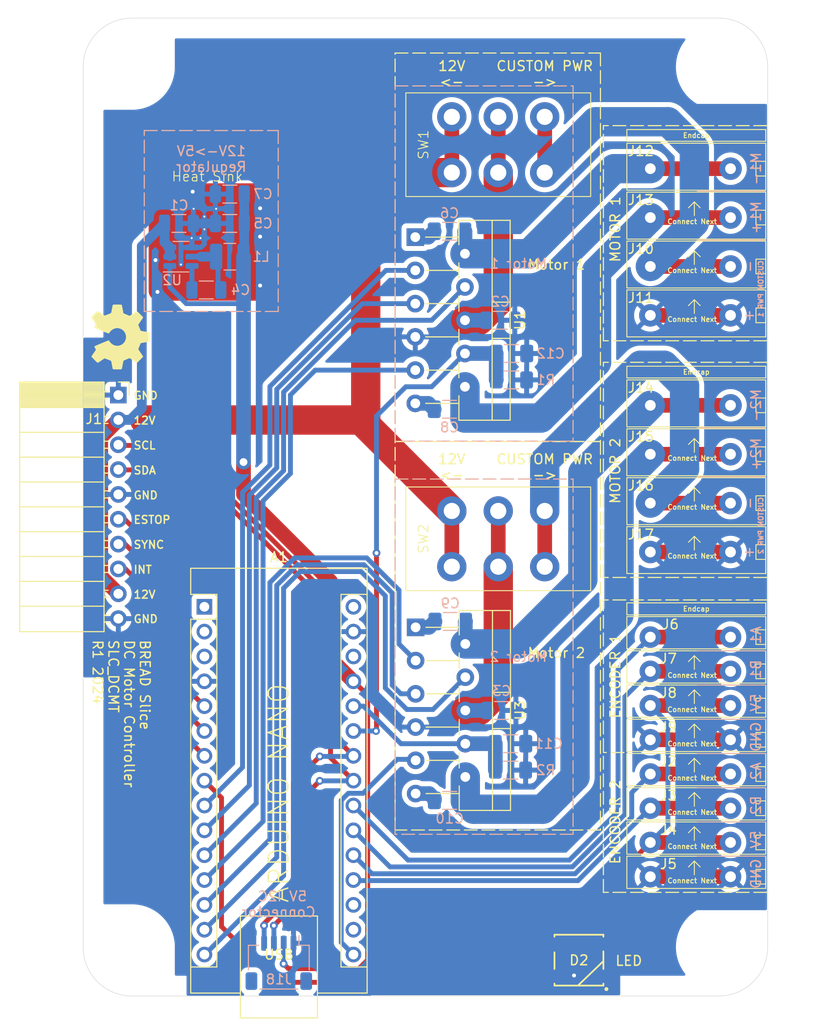
<source format=kicad_pcb>
(kicad_pcb (version 20240108) (generator "pcbnew") (generator_version "8.0")
  (layers (0 "F.Cu" signal) (31 "B.Cu" signal) (34 "B.Paste" user) (35 "F.Paste" user) (36 "B.SilkS" user "B.Silkscreen") (37 "F.SilkS" user "F.Silkscreen") (38 "B.Mask" user) (39 "F.Mask" user) (44 "Edge.Cuts" user))
  (net 0 "")
  (net 3 "GND")
  (net 5 "+5V")
  (net 6 "/LED")
  (net 7 "/I2C_CLK")
  (net 8 "/I2C_DAT")
  (net 9 "/SYNC")
  (net 11 "/E_STOP")
  (net 14 "+12V")
  (net 15 "/INT")
  (net 16 "unconnected-(A1-VIN-Pad30)")
  (net 17 "Net-(U2-SW)")
  (net 18 "Net-(U2-BST)")
  (net 20 "Net-(SW1-B)")
  (net 21 "Net-(SW2-B)")
  (net 22 "Net-(U1-OUTPUT1)")
  (net 23 "Net-(U1-BOOTSTRAP1)")
  (net 24 "Net-(U1-BOOTSTRAP2)")
  (net 25 "Net-(U1-OUTPUT2)")
  (net 26 "Net-(U3-OUTPUT1)")
  (net 27 "Net-(U3-BOOTSTRAP1)")
  (net 28 "Net-(U3-BOOTSTRAP2)")
  (net 29 "Net-(U3-OUTPUT2)")
  (net 30 "/CSEN2")
  (net 31 "/CSEN1")
  (net 32 "/A2")
  (net 33 "/B2")
  (net 34 "/A1")
  (net 35 "/B1")
  (net 36 "/CUST1")
  (net 37 "/CUST2")
  (net 38 "/DIR1")
  (net 39 "/BR1")
  (net 40 "/MC1")
  (net 41 "/THRM1")
  (net 42 "/DIR2")
  (net 43 "/BR2")
  (net 44 "/MC2")
  (net 45 "/THRM2")
  (footprint "MountingHole:MountingHole_5mm" (layer "F.Cu") (at 127.6 44.8)
    (property "Reference" "H1")
    (property "Value" "MountingHole")
  )
  (footprint "MountingHole:MountingHole_5mm" (layer "F.Cu") (at 187.6 44.8)
    (property "Reference" "H2")
    (property "Value" "MountingHole")
  )
  (footprint "MountingHole:MountingHole_5mm" (layer "F.Cu") (at 127.6 134.8)
    (property "Reference" "H3")
    (property "Value" "MountingHole")
  )
  (footprint "MountingHole:MountingHole_5mm" (layer "F.Cu") (at 187.6 134.8)
    (property "Reference" "H4")
    (property "Value" "MountingHole")
  )
  (footprint "Module:Arduino_Nano" (layer "F.Cu") (at 135 100)
    (property "Reference" "A1")
    (property "Value" "Arduino_Nano_v3.x")
  )
  (footprint "Connector_PinSocket_2.54mm:PinSocket_1x10_P2.54mm_Horizontal" (layer "F.Cu") (at 126.2 78.35)
    (property "Reference" "J1")
    (property "Value" "Conn_01x10_Female")
  )
  (footprint "Symbol:OSHW-Symbol_6.7x6mm_SilkScreen" (layer "F.Cu") (at 126.4 72.4 -90)
    (property "Reference" "Logo1" (hide yes))
    (property "Value" "Logo_Open_Hardware_Small" (hide yes))
  )
  (footprint "Package_TO_SOT_THT:TO-220-11_P3.4x5.08mm_StaggerOdd_Lead4.85mm_Vertical" (layer "F.Cu") (at 156.6 102.1 -90)
    (property "Reference" "U3")
    (property "Value" "LMD18200")
  )
  (footprint "SparkFun-Connector:Term_PressFit_5mm_H_PC" (layer "F.Cu") (at 180.6 60.2)
    (property "Reference" "J13")
    (property "Value" "Term_PressFit_Phoenix_Contact")
  )
  (footprint "Package_TO_SOT_THT:TO-220-11_P3.4x5.08mm_StaggerOdd_Lead4.85mm_Vertical" (layer "F.Cu") (at 156.565 62.2 -90)
    (property "Reference" "U1")
    (property "Value" "LMD18200")
  )
  (footprint "SparkFun-Connector:Term_PressFit_5mm_H_ENDCAP_PC" (layer "F.Cu") (at 180.6 79.4)
    (property "Reference" "J14")
    (property "Value" "cap")
  )
  (footprint "SparkFun-Connector:Term_PressFit_5mm_H_ENDCAP_PC" (layer "F.Cu") (at 180.6 55.2)
    (property "Reference" "J12")
    (property "Value" "cap")
  )
  (footprint "SparkFun-Connector:Term_PressFit_3.5mm_H_PC" (layer "F.Cu") (at 180.6 110.1)
    (property "Reference" "J8")
    (property "Value" "Term_PressFit_Phoenix_Contact")
  )
  (footprint "SparkFun-Connector:Term_PressFit_3.5mm_H_PC" (layer "F.Cu") (at 180.6 124.1)
    (property "Reference" "J4")
    (property "Value" "Term_PressFit_Phoenix_Contact")
  )
  (footprint "SparkFun-Connector:Term_PressFit_3.5mm_H_PC" (layer "F.Cu") (at 180.6 120.6)
    (property "Reference" "J3")
    (property "Value" "Term_PressFit_Phoenix_Contact")
  )
  (footprint "SparkFun-Switch:L102011MS02Q" (layer "F.Cu") (at 160.3 95.9 90)
    (property "Reference" "SW2")
    (property "Value" "SW_SPDT")
  )
  (footprint "SparkFun-Connector:Term_PressFit_3.5mm_H_PC" (layer "F.Cu") (at 180.6 117.1)
    (property "Reference" "J2")
    (property "Value" "Term_PressFit_Phoenix_Contact")
  )
  (footprint "SparkFun-Connector:Term_PressFit_5mm_H_PC" (layer "F.Cu") (at 180.6 70.2)
    (property "Reference" "J11")
    (property "Value" "Term_PressFit_Phoenix_Contact")
  )
  (footprint "SparkFun-LED:WS2812-5050-4PIN" (layer "F.Cu") (at 173.3 136.132769)
    (property "Reference" "D2")
    (property "Value" "WS2812B_5050")
  )
  (footprint "SparkFun-Connector:Term_PressFit_3.5mm_H_ENDCAP_PC" (layer "F.Cu") (at 180.6 103.1)
    (property "Reference" "J6")
    (property "Value" "cap")
  )
  (footprint "SparkFun-Connector:Term_PressFit_5mm_H_PC" (layer "F.Cu") (at 180.6 94.4)
    (property "Reference" "J17")
    (property "Value" "Term_PressFit_Phoenix_Contact")
  )
  (footprint "SparkFun-Connector:Term_PressFit_5mm_H_PC" (layer "F.Cu") (at 180.6 84.4)
    (property "Reference" "J15")
    (property "Value" "Term_PressFit_Phoenix_Contact")
  )
  (footprint "SparkFun-Connector:Term_PressFit_5mm_H_PC" (layer "F.Cu") (at 180.6 65.2)
    (property "Reference" "J10")
    (property "Value" "Term_PressFit_Phoenix_Contact")
  )
  (footprint "SparkFun-Fuse:Thermal Pad" (layer "F.Cu") (at 135.3 62.7)
    (property "Reference" "HS1")
    (property "Value" "Heatsink_Pad")
  )
  (footprint "SparkFun-Connector:Term_PressFit_5mm_H_PC" (layer "F.Cu") (at 180.6 89.4)
    (property "Reference" "J16")
    (property "Value" "Term_PressFit_Phoenix_Contact")
  )
  (footprint "SparkFun-Connector:Term_PressFit_3.5mm_H_PC" (layer "F.Cu") (at 180.6 113.6)
    (property "Reference" "J9")
    (property "Value" "Term_PressFit_Phoenix_Contact")
  )
  (footprint "SparkFun-Connector:Term_PressFit_3.5mm_H_PC" (layer "F.Cu") (at 180.6 106.6)
    (property "Reference" "J7")
    (property "Value" "Term_PressFit_Phoenix_Contact")
  )
  (footprint "SparkFun-Connector:Term_PressFit_3.5mm_H_PC" (layer "F.Cu") (at 180.6 127.6)
    (property "Reference" "J5")
    (property "Value" "Term_PressFit_Phoenix_Contact")
  )
  (footprint "SparkFun-Switch:L102011MS02Q" (layer "F.Cu") (at 160.3 55.6 90)
    (property "Reference" "SW1")
    (property "Value" "SW_SPDT")
  )
  (footprint "Capacitor_SMD:C_1206_3216Metric_Pad1.33x1.80mm_HandSolder" (layer "B.Cu") (at 160.065 61.6 180)
    (property "Reference" "C6")
    (property "Value" "10 nF")
  )
  (footprint "Capacitor_SMD:C_1206_3216Metric" (layer "B.Cu") (at 137.6 60.8)
    (property "Reference" "C5")
    (property "Value" "22uF")
  )
  (footprint "Package_TO_SOT_SMD:TSOT-23-6" (layer "B.Cu") (at 132.6 64.2)
    (property "Reference" "U2")
    (property "Value" "AP63205WU-7")
  )
  (footprint "Capacitor_SMD:C_1206_3216Metric" (layer "B.Cu") (at 137.6 57.8)
    (property "Reference" "C7")
    (property "Value" "22uF")
  )
  (footprint "Connector_JST:JST_SH_SM04B-SRSS-TB_1x04-1MP_P1.00mm_Horizontal" (layer "B.Cu") (at 142.61 136.4 180)
    (property "Reference" "J18")
    (property "Value" "I2C_01x04")
  )
  (footprint "Resistor_SMD:R_1206_3216Metric_Pad1.30x1.75mm_HandSolder" (layer "B.Cu") (at 166.4 76.8)
    (property "Reference" "R1")
    (property "Value" "4.42 k")
  )
  (footprint "Capacitor_SMD:C_1206_3216Metric_Pad1.33x1.80mm_HandSolder" (layer "B.Cu") (at 160.1425 101.5 180)
    (property "Reference" "C9")
    (property "Value" "10 nF")
  )
  (footprint "Inductor_SMD:L_1210_3225Metric" (layer "B.Cu") (at 137.6 64.2)
    (property "Reference" "L1")
    (property "Value" "4.7uH")
  )
  (footprint "Capacitor_SMD:C_1206_3216Metric" (layer "B.Cu") (at 132.4 60.8 180)
    (property "Reference" "C1")
    (property "Value" "22uF")
  )
  (footprint "Resistor_SMD:R_1206_3216Metric_Pad1.30x1.75mm_HandSolder" (layer "B.Cu") (at 166.3 116.7)
    (property "Reference" "R2")
    (property "Value" "4.42 k")
  )
  (footprint "Capacitor_SMD:C_1206_3216Metric_Pad1.33x1.80mm_HandSolder" (layer "B.Cu") (at 160.08 119.8)
    (property "Reference" "C10")
    (property "Value" "10 nF")
  )
  (footprint "Capacitor_SMD:C_1206_3216Metric" (layer "B.Cu") (at 165.38 110.6)
    (property "Reference" "C3")
    (property "Value" "10uF_t")
  )
  (footprint "Capacitor_SMD:C_1206_3216Metric_Pad1.33x1.80mm_HandSolder" (layer "B.Cu") (at 166.3 114)
    (property "Reference" "C11")
    (property "Value" "10 nF")
  )
  (footprint "Capacitor_SMD:C_1206_3216Metric" (layer "B.Cu") (at 165.265 70.7)
    (property "Reference" "C2")
    (property "Value" "10uF_t")
  )
  (footprint "Capacitor_SMD:C_1206_3216Metric" (layer "B.Cu") (at 135.2 67.6 180)
    (property "Reference" "C4")
    (property "Value" "100nF")
  )
  (footprint "Capacitor_SMD:C_1206_3216Metric_Pad1.33x1.80mm_HandSolder" (layer "B.Cu") (at 160.065 79.8)
    (property "Reference" "C8")
    (property "Value" "10 nF")
  )
  (footprint "Capacitor_SMD:C_1206_3216Metric_Pad1.33x1.80mm_HandSolder" (layer "B.Cu") (at 166.4 74.1)
    (property "Reference" "C12")
    (property "Value" "10 nF")
  )
  (gr_rect (start 154.5 86.93555) (end 172.7 123.26095) (stroke (width 0.12) (type dash)) (fill none) (layer "B.SilkS"))
  (gr_rect (start 154.5 46.73555) (end 172.7 83.06095) (stroke (width 0.12) (type dash)) (fill none) (layer "B.SilkS"))
  (gr_rect (start 128.85 51.3) (end 142.55 69.8) (stroke (width 0.12) (type dash)) (fill none) (layer "B.SilkS"))
  (gr_line (start 175.8 129.2) (end 175.8 99.3) (stroke (width 0.12) (type dash)) (layer "F.SilkS"))
  (gr_line (start 192.5 99.3) (end 175.8 99.3) (stroke (width 0.12) (type dash)) (layer "F.SilkS"))
  (gr_line (start 192.5 75) (end 175.8 75) (stroke (width 0.12) (type dash)) (layer "F.SilkS"))
  (gr_line (start 177.9 114.9) (end 175.8 114.9) (stroke (width 0.12) (type dash)) (layer "F.SilkS"))
  (gr_line (start 175.8 72.8) (end 175.8 50.8) (stroke (width 0.12) (type dash)) (layer "F.SilkS"))
  (gr_rect (start 154.5 83.1) (end 175.5 122.8254) (stroke (width 0.12) (type dash)) (fill none) (layer "F.SilkS"))
  (gr_line (start 192.5 50.8) (end 175.8 50.8) (stroke (width 0.12) (type dash)) (layer "F.SilkS"))
  (gr_rect (start 154.5 43.3746) (end 175.5 83.1) (stroke (width 0.12) (type dash)) (fill none) (layer "F.SilkS"))
  (gr_line (start 175.8 97) (end 175.8 75) (stroke (width 0.12) (type dash)) (layer "F.SilkS"))
  (gr_line (start 192.5 97) (end 175.8 97) (stroke (width 0.12) (type dash)) (layer "F.SilkS"))
  (gr_line (start 192.5 129.2) (end 175.8 129.2) (stroke (width 0.12) (type dash)) (layer "F.SilkS"))
  (gr_line (start 192.5 72.8) (end 175.8 72.8) (stroke (width 0.12) (type dash)) (layer "F.SilkS"))
  (gr_line (start 192.6 44.8) (end 192.6 94.8) (stroke (width 0.05)) (layer "Edge.Cuts"))
  (gr_arc (start 192.6 134.8) (mid 191.135534 138.335534) (end 187.6 139.8) (stroke (width 0.05)) (layer "Edge.Cuts"))
  (gr_arc (start 122.6 44.8) (mid 124.064466 41.264466) (end 127.6 39.8) (stroke (width 0.05)) (layer "Edge.Cuts"))
  (gr_line (start 192.6 94.8) (end 192.6 134.8) (stroke (width 0.05)) (layer "Edge.Cuts"))
  (gr_line (start 122.6 134.8) (end 122.6 44.8) (stroke (width 0.05)) (layer "Edge.Cuts"))
  (gr_line (start 127.6 39.8) (end 152.6 39.8) (stroke (width 0.05)) (layer "Edge.Cuts"))
  (gr_arc (start 127.6 139.8) (mid 124.064466 138.335534) (end 122.6 134.8) (stroke (width 0.05)) (layer "Edge.Cuts"))
  (gr_line (start 152.6 139.8) (end 187.6 139.8) (stroke (width 0.05)) (layer "Edge.Cuts"))
  (gr_line (start 127.6 139.8) (end 152.6 139.8) (stroke (width 0.05)) (layer "Edge.Cuts"))
  (gr_line (start 152.6 39.8) (end 187.6 39.8) (stroke (width 0.05)) (layer "Edge.Cuts"))
  (gr_arc (start 187.6 39.8) (mid 191.135534 41.264466) (end 192.6 44.8) (stroke (width 0.05)) (layer "Edge.Cuts"))
  (gr_text "CUSTOM PWR 1" (at 191.9 67.5 90) (layer "B.SilkS") (effects (font (size 0.5 0.5) (thickness 0.125)) (justify mirror)))
  (gr_text "A2" (at 191.4 116.8 90) (layer "B.SilkS") (effects (font (size 1 1)) (justify mirror)))
  (gr_text "+" (at 190.757 94.5 180) (layer "B.SilkS") (effects (font (size 1 1)) (justify mirror)))
  (gr_text "B2" (at 191.4 120.3 90) (layer "B.SilkS") (effects (font (size 1 1)) (justify mirror)))
  (gr_text "A1" (at 191.4 102.9 90) (layer "B.SilkS") (effects (font (size 1 1)) (justify mirror)))
  (gr_text "+" (at 190.757 70.3 180) (layer "B.SilkS") (effects (font (size 1 1)) (justify mirror)))
  (gr_text "5V" (at 191.4 109.8 90) (layer "B.SilkS") (effects (font (size 1 1)) (justify mirror)))
  (gr_text "-" (at 190.756999 65.2 90) (layer "B.SilkS") (effects (font (size 1 1)) (justify mirror)))
  (gr_text "5V" (at 191.4 123.8 90) (layer "B.SilkS") (effects (font (size 1 1)) (justify mirror)))
  (gr_text "12V->5V\nRegulator" (at 135.7 55.6 0) (layer "B.SilkS") (effects (font (size 1 1)) (justify bottom mirror)))
  (gr_text "Motor 1" (at 167.1 65.5 0) (layer "B.SilkS") (effects (font (size 1 1)) (justify bottom mirror)))
  (gr_text "GND" (at 191.4 127.3 90) (layer "B.SilkS") (effects (font (size 1 1)) (justify mirror)))
  (gr_text "GND" (at 191.4 113.3 90) (layer "B.SilkS") (effects (font (size 1 1)) (justify mirror)))
  (gr_text "M2-" (at 191.4 79.4 90) (layer "B.SilkS") (effects (font (size 1 1)) (justify mirror)))
  (gr_text "5V I2C \nConnector" (at 142.6 131.8 0) (layer "B.SilkS") (effects (font (size 1 1)) (justify bottom mirror)))
  (gr_text "M1-" (at 191.4 55.2 90) (layer "B.SilkS") (effects (font (size 1 1)) (justify mirror)))
  (gr_text "B1" (at 191.4 106.4 90) (layer "B.SilkS") (effects (font (size 1 1)) (justify mirror)))
  (gr_text "Motor 2" (at 167.1 105.7 0) (layer "B.SilkS") (effects (font (size 1 1)) (justify bottom mirror)))
  (gr_text "-" (at 190.756999 89.4 90) (layer "B.SilkS") (effects (font (size 1 1)) (justify mirror)))
  (gr_text "M2+" (at 191.4 84.4 90) (layer "B.SilkS") (effects (font (size 1 1)) (justify mirror)))
  (gr_text "M1+" (at 191.4 60.2 90) (layer "B.SilkS") (effects (font (size 1 1)) (justify mirror)))
  (gr_text "CUSTOM PWR 2" (at 191.9 91.7 90) (layer "B.SilkS") (effects (font (size 0.5 0.5) (thickness 0.125)) (justify mirror)))
  (gr_text "Motor 1" (at 171 65.6 0) (layer "F.SilkS") (effects (font (size 1 1)) (justify bottom)))
  (gr_text "GND" (at 129 88.6 0) (layer "F.SilkS") (effects (font (size 0.8 0.8))))
  (gr_text "ENCODER 2" (at 177.6 122 90) (layer "F.SilkS") (effects (font (size 1 1)) (justify bottom)))
  (gr_text "CUSTOM PWR\n->" (at 169.8 46.9 0) (layer "F.SilkS") (effects (font (size 1 1)) (justify bottom)))
  (gr_text "MOTOR 1" (at 177.6 61.4 90) (layer "F.SilkS") (effects (font (size 1 1)) (justify bottom)))
  (gr_text "12V" (at 128.885715 98.75 0) (layer "F.SilkS") (effects (font (size 0.8 0.8))))
  (gr_text "SYNC" (at 129.32381 93.65 0) (layer "F.SilkS") (effects (font (size 0.8 0.8))))
  (gr_text "GND" (at 129 101.25 0) (layer "F.SilkS") (effects (font (size 0.8 0.8))))
  (gr_text "BREAD Slice\nDC Motor Controller\nSLC_DCMT\nR1 2024" (at 126.5 103.3 270) (layer "F.SilkS") (effects (font (size 1 1)) (justify left)))
  (gr_text "12V\n<-" (at 160.3 87.1 0) (layer "F.SilkS") (effects (font (size 1 1)) (justify bottom)))
  (gr_text "GND" (at 129 78.4 0) (layer "F.SilkS") (effects (font (size 0.8 0.8))))
  (gr_text "Motor 2" (at 171 105.30175 0) (layer "F.SilkS") (effects (font (size 1 1)) (justify bottom)))
  (gr_text "ESTOP" (at 129.647619 91.1 0) (layer "F.SilkS") (effects (font (size 0.8 0.8))))
  (gr_text "INT" (at 128.695238 96.2 0) (layer "F.SilkS") (effects (font (size 0.8 0.8))))
  (gr_text "SDA" (at 128.904762 86.05 0) (layer "F.SilkS") (effects (font (size 0.8 0.8))))
  (gr_text "SCL" (at 128.885715 83.5 0) (layer "F.SilkS") (effects (font (size 0.8 0.8))))
  (gr_text "12V\n<-" (at 160.3 46.9 0) (layer "F.SilkS") (effects (font (size 1 1)) (justify bottom)))
  (gr_text "ARDUINO NANO" (at 142.61 119.05 90) (layer "F.SilkS") (effects (font (size 2 2))))
  (gr_text "CUSTOM PWR\n->" (at 169.8 87.1 0) (layer "F.SilkS") (effects (font (size 1 1)) (justify bottom)))
  (gr_text "MOTOR 2" (at 177.6 86.1 90) (layer "F.SilkS") (effects (font (size 1 1)) (justify bottom)))
  (gr_text "12V" (at 128.885715 80.95 0) (layer "F.SilkS") (effects (font (size 0.8 0.8))))
  (gr_text "ENCODER 1" (at 177.6 107.1 90) (layer "F.SilkS") (effects (font (size 1 1)) (justify bottom)))
  (gr_text "LED" (at 178.4 136.2 0) (layer "F.SilkS") (effects (font (size 1 1))))
  (segment (start 188.8 113.6) (end 180.6 113.6) (width 1.5) (layer "F.Cu") (net 3))
  (segment (start 188.8 94.4) (end 180.6 94.4) (width 1.5) (layer "F.Cu") (net 3))
  (segment (start 188.8 70.2) (end 180.6 70.2) (width 1.5) (layer "F.Cu") (net 3))
  (segment (start 172.8 137.7) (end 172.832769 137.732769) (width 0.5) (layer "F.Cu") (net 3))
  (segment (start 180.6 127.6) (end 188.8 127.6) (width 1.5) (layer "F.Cu") (net 3))
  (segment (start 172.832769 137.732769) (end 175.877 137.732769) (width 0.5) (layer "F.Cu") (net 3))
  (via (at 133.8 57.55) (size 0.8) (drill 0.4) (layers "F.Cu" "B.Cu") (net 3))
  (via (at 140.7 62.15) (size 0.8) (drill 0.4) (layers "F.Cu" "B.Cu") (net 3))
  (via (at 134.6 62.3) (size 0.5) (drill 0.2) (layers "F.Cu" "B.Cu") (net 3))
  (via (at 140.7 59.25) (size 0.8) (drill 0.4) (layers "F.Cu" "B.Cu") (net 3))
  (via (at 130.2 67.8) (size 0.8) (drill 0.4) (layers "F.Cu" "B.Cu") (net 3))
  (via (at 135 60.1) (size 0.5) (drill 0.2) (layers "F.Cu" "B.Cu") (net 3))
  (via (at 172.8 137.7) (size 0.8) (drill 0.4) (layers "F.Cu" "B.Cu") (net 3))
  (via (at 133.7 62.3) (size 0.5) (drill 0.2) (layers "F.Cu" "B.Cu") (net 3))
  (via (at 136.2 59.3) (size 0.5) (drill 0.2) (layers "F.Cu" "B.Cu") (net 3))
  (via (at 132.6 65) (size 0.5) (drill 0.2) (layers "F.Cu" "B.Cu") (net 3))
  (via (at 140.7 67.15) (size 0.8) (drill 0.4) (layers "F.Cu" "B.Cu") (net 3))
  (via (at 130 64.55) (size 0.8) (drill 0.4) (layers "F.Cu" "B.Cu") (net 3))
  (via (at 135 61.4) (size 0.5) (drill 0.2) (layers "F.Cu" "B.Cu") (net 3))
  (via (at 133.9 59.3) (size 0.5) (drill 0.2) (layers "F.Cu" "B.Cu") (net 3))
  (segment (start 136.125 60.8) (end 133.875 60.8) (width 1) (layer "B.Cu") (net 3))
  (segment (start 133.7 63.2125) (end 133.7375 63.25) (width 0.5) (layer "B.Cu") (net 3))
  (segment (start 132.6 63.3) (end 132.6 65) (width 0.5) (layer "B.Cu") (net 3))
  (segment (start 136.2 59.3) (end 135.3 59.3) (width 0.5) (layer "B.Cu") (net 3))
  (segment (start 132.6 62.6) (end 132.6 63.3) (width 0.5) (layer "B.Cu") (net 3))
  (segment (start 135 61.9) (end 134.6 62.3) (width 0.5) (layer "B.Cu") (net 3))
  (segment (start 135 60.1) (end 135 61.4) (width 0.5) (layer "B.Cu") (net 3))
  (segment (start 133.7375 63.25) (end 132.65 63.25) (width 0.5) (layer "B.Cu") (net 3))
  (segment (start 134.6 62.3) (end 133.7 62.3) (width 0.5) (layer "B.Cu") (net 3))
  (segment (start 132.9 62.3) (end 132.6 62.6) (width 0.5) (layer "B.Cu") (net 3))
  (segment (start 133.7 62.3) (end 133.7 63.2125) (width 0.5) (layer "B.Cu") (net 3))
  (segment (start 135 61.4) (end 135 61.9) (width 0.5) (layer "B.Cu") (net 3))
  (segment (start 132.65 63.25) (end 132.6 63.3) (width 0.5) (layer "B.Cu") (net 3))
  (segment (start 135.3 59.3) (end 136.8 59.3) (width 0.5) (layer "B.Cu") (net 3))
  (segment (start 136.8 59.3) (end 137.1 59.3) (width 0.5) (layer "B.Cu") (net 3))
  (segment (start 135 62.9) (end 135 61.4) (width 0.5) (layer "B.Cu") (net 3))
  (segment (start 133.7375 63.25) (end 134.65 63.25) (width 0.5) (layer "B.Cu") (net 3))
  (segment (start 134.65 63.25) (end 135 62.9) (width 0.5) (layer "B.Cu") (net 3))
  (segment (start 133.7 62.3) (end 132.9 62.3) (width 0.5) (layer "B.Cu") (net 3))
  (segment (start 150.22 107.62) (end 150.24 107.62) (width 1.5) (layer "F.Cu") (net 5))
  (segment (start 143.6 137) (end 150.8 137) (width 0.5) (layer "F.Cu") (net 5))
  (segment (start 139 88.5) (end 147.9 97.4) (width 1.5) (layer "F.Cu") (net 5))
  (segment (start 180.6 124.1) (end 188.8 124.1) (width 1.5) (layer "F.Cu") (net 5))
  (segment (start 151.7 136.1) (end 151.7 130.5) (width 0.5) (layer "F.Cu") (net 5))
  (segment (start 147.9 105.3) (end 150.22 107.62) (width 1.5) (layer "F.Cu") (net 5))
  (segment (start 150.27 107.62) (end 151.7 109.05) (width 0.5) (layer "F.Cu") (net 5))
  (segment (start 139 85.2) (end 139 88.5) (width 1.5) (layer "F.Cu") (net 5))
  (segment (start 180.6 110.1) (end 188.8 110.1) (width 1.5) (layer "F.Cu") (net 5))
  (segment (start 170.723 133.977) (end 170.723 134.532769) (width 0.5) (layer "F.Cu") (net 5))
  (segment (start 147.9 97.4) (end 147.9 105.3) (width 1.5) (layer "F.Cu") (net 5))
  (segment (start 151.7 130.5) (end 151.7 131.9) (width 0.5) (layer "F.Cu") (net 5))
  (segment (start 154.332769 134.532769) (end 170.723 134.532769) (width 0.5) (layer "F.Cu") (net 5))
  (segment (start 150.8 137) (end 151.7 136.1) (width 0.5) (layer "F.Cu") (net 5))
  (segment (start 150.24 107.62) (end 150.27 107.62) (width 0.5) (layer "F.Cu") (net 5))
  (segment (start 151.7 109.05) (end 151.7 130.5) (width 0.5) (layer "F.Cu") (net 5))
  (segment (start 180.6 124.1) (end 170.723 133.977) (width 0.5) (layer "F.Cu") (net 5))
  (segment (start 143.1 136.5) (end 143.6 137) (width 0.5) (layer "F.Cu") (net 5))
  (segment (start 151.7 131.9) (end 154.332769 134.532769) (width 0.5) (layer "F.Cu") (net 5))
  (via (at 139 85.2) (size 1.5) (drill 0.8) (layers "F.Cu" "B.Cu") (net 5))
  (via (at 143.1 136.5) (size 0.8) (drill 0.4) (layers "F.Cu" "B.Cu") (net 5))
  (segment (start 143.1 134.41) (end 143.11 134.4) (width 0.5) (layer "B.Cu") (net 5))
  (segment (start 180.6 110.1) (end 182.4 111.9) (width 0.5) (layer "B.Cu") (net 5))
  (segment (start 139 69) (end 139 64.2) (width 1.5) (layer "B.Cu") (net 5))
  (segment (start 131.4625 67.309378) (end 133.153122 69) (width 0.5) (layer "B.Cu") (net 5))
  (segment (start 133.153122 69) (end 139 69) (width 0.5) (layer "B.Cu") (net 5))
  (segment (start 139 85.2) (end 139 69) (width 1.5) (layer "B.Cu") (net 5))
  (segment (start 182.4 122.3) (end 180.6 124.1) (width 0.5) (layer "B.Cu") (net 5))
  (segment (start 139.075 64.125) (end 139 64.2) (width 1) (layer "B.Cu") (net 5))
  (segment (start 139.075 57.8) (end 139.075 64.125) (width 1) (layer "B.Cu") (net 5))
  (segment (start 143.1 136.5) (end 143.1 134.41) (width 0.5) (layer "B.Cu") (net 5))
  (segment (start 150.42 107.8) (end 150.24 107.62) (width 0.5) (layer "B.Cu") (net 5))
  (segment (start 131.4625 65.15) (end 131.4625 67.309378) (width 0.5) (layer "B.Cu") (net 5))
  (segment (start 182.4 111.9) (end 182.4 122.3) (width 0.5) (layer "B.Cu") (net 5))
  (segment (start 136.75 119.53) (end 136.75 132.7) (width 0.5) (layer "F.Cu") (net 6))
  (segment (start 167.8575 138.4) (end 170.0575 136.2) (width 0.5) (layer "F.Cu") (net 6))
  (segment (start 135 117.78) (end 136.75 119.53) (width 0.5) (layer "F.Cu") (net 6))
  (segment (start 174.209769 136.2) (end 175.877 134.532769) (width 0.5) (layer "F.Cu") (net 6))
  (segment (start 170.0575 136.2) (end 174.209769 136.2) (width 0.5) (layer "F.Cu") (net 6))
  (segment (start 142.45 138.4) (end 167.8575 138.4) (width 0.5) (layer "F.Cu") (net 6))
  (segment (start 136.75 132.7) (end 142.45 138.4) (width 0.5) (layer "F.Cu") (net 6))
  (segment (start 148.6 107.697056) (end 146.7 105.797056) (width 0.5) (layer "F.Cu") (net 7))
  (segment (start 141.1 132.397918) (end 144.1 129.397918) (width 0.5) (layer "F.Cu") (net 7))
  (segment (start 144.1 118) (end 146.8 115.3) (width 0.5) (layer "F.Cu") (net 7))
  (segment (start 126.27 83.5) (end 126.2 83.43) (width 0.5) (layer "F.Cu") (net 7))
  (segment (start 148.6 113.6) (end 148.6 107.697056) (width 0.5) (layer "F.Cu") (net 7))
  (segment (start 146.7 97.9) (end 132.3 83.5) (width 0.5) (layer "F.Cu") (net 7))
  (segment (start 150.24 115.24) (end 148.6 113.6) (width 0.5) (layer "F.Cu") (net 7))
  (segment (start 132.3 83.5) (end 126.27 83.5) (width 0.5) (layer "F.Cu") (net 7))
  (segment (start 141.1 132.6) (end 141.1 132.397918) (width 0.5) (layer "F.Cu") (net 7))
  (segment (start 146.7 105.797056) (end 146.7 97.9) (width 0.5) (layer "F.Cu") (net 7))
  (segment (start 144.1 129.397918) (end 144.1 118) (width 0.5) (layer "F.Cu") (net 7))
  (via (at 146.8 115.3) (size 0.8) (drill 0.4) (layers "F.Cu" "B.Cu") (net 7))
  (via (at 141.1 132.6) (size 0.8) (drill 0.4) (layers "F.Cu" "B.Cu") (net 7))
  (segment (start 141.11 132.61) (end 141.1 132.6) (width 0.5) (layer "B.Cu") (net 7))
  (segment (start 150.18 115.3) (end 150.24 115.24) (width 0.5) (layer "B.Cu") (net 7))
  (segment (start 146.8 115.3) (end 150.18 115.3) (width 0.5) (layer "B.Cu") (net 7))
  (segment (start 141.11 134.4) (end 141.11 132.61) (width 0.5) (layer "B.Cu") (net 7))
  (segment (start 146 106.087005) (end 146 98.18995) (width 0.5) (layer "F.Cu") (net 8))
  (segment (start 146 98.18995) (end 133.81005 86) (width 0.5) (layer "F.Cu") (net 8))
  (segment (start 150.24 117.78) (end 147.9 115.44) (width 0.5) (layer "F.Cu") (net 8))
  (segment (start 147.9 107.987006) (end 146 106.087005) (width 0.5) (layer "F.Cu") (net 8))
  (segment (start 142.1 132.6) (end 144.8 129.9) (width 0.5) (layer "F.Cu") (net 8))
  (segment (start 147.9 115.44) (end 147.9 107.987006) (width 0.5) (layer "F.Cu") (net 8))
  (segment (start 126.23 86) (end 126.2 85.97) (width 0.5) (layer "F.Cu") (net 8))
  (segment (start 144.8 129.9) (end 144.8 119.8) (width 0.5) (layer "F.Cu") (net 8))
  (segment (start 133.81005 86) (end 126.23 86) (width 0.5) (layer "F.Cu") (net 8))
  (segment (start 144.8 119.8) (end 146.8 117.8) (width 0.5) (layer "F.Cu") (net 8))
  (via (at 142.1 132.6) (size 0.8) (drill 0.4) (layers "F.Cu" "B.Cu") (net 8))
  (via (at 146.8 117.8) (size 0.8) (drill 0.4) (layers "F.Cu" "B.Cu") (net 8))
  (segment (start 146.8 117.8) (end 150.22 117.8) (width 0.5) (layer "B.Cu") (net 8))
  (segment (start 142.11 134.4) (end 142.11 132.61) (width 0.5) (layer "B.Cu") (net 8))
  (segment (start 150.22 117.8) (end 150.24 117.78) (width 0.5) (layer "B.Cu") (net 8))
  (segment (start 142.11 132.61) (end 142.1 132.6) (width 0.5) (layer "B.Cu") (net 8))
  (segment (start 128.4 97.6) (end 128.4 108.64) (width 0.5) (layer "F.Cu") (net 9))
  (segment (start 128.4 108.64) (end 135 115.24) (width 0.5) (layer "F.Cu") (net 9))
  (segment (start 126.93 96.13) (end 128.4 97.6) (width 0.5) (layer "F.Cu") (net 9))
  (segment (start 126.2 96.13) (end 126.93 96.13) (width 0.5) (layer "F.Cu") (net 9))
  (segment (start 129.8 94) (end 129.8 104.96) (width 0.5) (layer "F.Cu") (net 11))
  (segment (start 129.8 104.96) (end 135 110.16) (width 0.5) (layer "F.Cu") (net 11))
  (segment (start 126.85 91.05) (end 129.8 94) (width 0.5) (layer "F.Cu") (net 11))
  (segment (start 126.2 91.05) (end 126.85 91.05) (width 0.5) (layer "F.Cu") (net 11))
  (segment (start 126.2 80.89) (end 128.89 80.89) (width 1) (layer "F.Cu") (net 14))
  (segment (start 153.5 83.4) (end 151.5 81.4) (width 3) (layer "F.Cu") (net 14))
  (segment (start 151.5 81.4) (end 151.5 60.9) (width 3) (layer "F.Cu") (net 14))
  (segment (start 151 80.9) (end 128.9 80.9) (width 3) (layer "F.Cu") (net 14))
  (segment (start 160.3 49.9) (end 160.3 55.6) (width 1.5) (layer "F.Cu") (net 14))
  (segment (start 160.3 90.2) (end 151 80.9) (width 3) (layer "F.Cu") (net 14))
  (segment (start 124.4 82.684415) (end 126.194415 80.89) (width 1.5) (layer "F.Cu") (net 14))
  (segment (start 151.5 60.9) (end 156.8 55.6) (width 3) (layer "F.Cu") (net 14))
  (segment (start 125.46 97.93) (end 125.454415 97.93) (width 1.5) (layer "F.Cu") (net 14))
  (segment (start 125.454415 97.93) (end 124.4 96.875585) (width 1.5) (layer "F.Cu") (net 14))
  (segment (start 156.8 55.6) (end 160.3 55.6) (width 3) (layer "F.Cu") (net 14))
  (segment (start 126.2 98.67) (end 125.46 97.93) (width 1.5) (layer "F.Cu") (net 14))
  (segment (start 128.89 80.89) (end 128.9 80.9) (width 1) (layer "F.Cu") (net 14))
  (segment (start 124.4 96.875585) (end 124.4 82.684415) (width 1.5) (layer "F.Cu") (net 14))
  (segment (start 160.3 90.2) (end 160.3 95.9) (width 1.5) (layer "F.Cu") (net 14))
  (segment (start 126.2 80.89) (end 127.402081 80.89) (width 1) (layer "B.Cu") (net 14))
  (segment (start 131.4625 63.25) (end 131.4625 64.15) (width 1) (layer "B.Cu") (net 14))
  (segment (start 130.925 62.7125) (end 131.4625 63.25) (width 1) (layer "B.Cu") (net 14))
  (segment (start 128.6 79.692081) (end 128.6 63.125) (width 1) (layer "B.Cu") (net 14))
  (segment (start 130.925 60.8) (end 130.925 62.7125) (width 1) (layer "B.Cu") (net 14))
  (segment (start 127.402081 80.89) (end 128.6 79.692081) (width 1) (layer "B.Cu") (net 14))
  (segment (start 126.2 80.89) (end 126.194415 80.895585) (width 1.5) (layer "B.Cu") (net 14))
  (segment (start 128.6 63.125) (end 130.925 60.8) (width 1) (layer "B.Cu") (net 14))
  (segment (start 129.1 95.8) (end 129.1 106.8) (width 0.5) (layer "F.Cu") (net 15))
  (segment (start 126.89 93.59) (end 129.1 95.8) (width 0.5) (layer "F.Cu") (net 15))
  (segment (start 126.2 93.59) (end 126.89 93.59) (width 0.5) (layer "F.Cu") (net 15))
  (segment (start 129.1 106.8) (end 135 112.7) (width 0.5) (layer "F.Cu") (net 15))
  (segment (start 150.257 100.017) (end 150.24 100) (width 1.5) (layer "B.Cu") (net 16))
  (segment (start 136.4 67.325) (end 136.4 64.4) (width 0.5) (layer "B.Cu") (net 17))
  (segment (start 136.4 64.4) (end 136.2 64.2) (width 0.5) (layer "B.Cu") (net 17))
  (segment (start 136.2 64.2) (end 134.656238 64.2) (width 1) (layer "B.Cu") (net 17))
  (segment (start 136.675 67.6) (end 136.4 67.325) (width 0.5) (layer "B.Cu") (net 17))
  (segment (start 133.725 65.1625) (end 133.7375 65.15) (width 0.5) (layer "B.Cu") (net 18))
  (segment (start 133.725 67.6) (end 133.725 65.1625) (width 0.5) (layer "B.Cu") (net 18))
  (segment (start 165.05 49.9) (end 165.05 55.6) (width 1.5) (layer "F.Cu") (net 20))
  (segment (start 163.1 70.7) (end 161.645 70.7) (width 3) (layer "F.Cu") (net 20))
  (segment (start 165.05 55.6) (end 165.05 68.75) (width 3) (layer "F.Cu") (net 20))
  (segment (start 165.05 68.75) (end 163.1 70.7) (width 3) (layer "F.Cu") (net 20))
  (segment (start 163.79 70.7) (end 161.645 70.7) (width 1.5) (layer "B.Cu") (net 20))
  (segment (start 165.05 90.2) (end 165.05 95.9) (width 1.5) (layer "F.Cu") (net 21))
  (segment (start 165.05 108.65) (end 163.1 110.6) (width 3) (layer "F.Cu") (net 21))
  (segment (start 163.1 110.6) (end 161.68 110.6) (width 3) (layer "F.Cu") (net 21))
  (segment (start 165.05 95.9) (end 165.05 108.65) (width 3) (layer "F.Cu") (net 21))
  (segment (start 161.68 110.6) (end 163.905 110.6) (width 1.5) (layer "B.Cu") (net 21))
  (segment (start 180.6 55.2) (end 188.8 55.2) (width 1.5) (layer "F.Cu") (net 22))
  (segment (start 161.645 63.9) (end 168.2 63.9) (width 3) (layer "B.Cu") (net 22))
  (segment (start 168.2 63.9) (end 176.9 55.2) (width 3) (layer "B.Cu") (net 22))
  (segment (start 161.6275 63.8825) (end 161.6275 61.6) (width 1.5) (layer "B.Cu") (net 22))
  (segment (start 161.645 63.9) (end 161.645 61.6175) (width 1.5) (layer "B.Cu") (net 22))
  (segment (start 161.645 63.9) (end 161.6275 63.8825) (width 1.5) (layer "B.Cu") (net 22))
  (segment (start 161.645 61.6175) (end 161.6275 61.6) (width 1.5) (layer "B.Cu") (net 22))
  (segment (start 176.9 55.2) (end 180.6 55.2) (width 3) (layer "B.Cu") (net 22))
  (segment (start 157.9025 62.2) (end 156.565 62.2) (width 1.5) (layer "B.Cu") (net 23))
  (segment (start 158.5025 61.6) (end 157.9025 62.2) (width 1.5) (layer "B.Cu") (net 23))
  (segment (start 158.5025 79.8) (end 157.9025 79.2) (width 1.5) (layer "B.Cu") (net 24))
  (segment (start 157.9025 79.2) (end 156.565 79.2) (width 1.5) (layer "B.Cu") (net 24))
  (segment (start 188.8 60.2) (end 180.6 60.2) (width 1.5) (layer "F.Cu") (net 25))
  (segment (start 175.1 75) (end 169.4 80.7) (width 3) (layer "B.Cu") (net 25))
  (segment (start 161.645 77.5) (end 161.645 79.7825) (width 1.5) (layer "B.Cu") (net 25))
  (segment (start 175.1 65.7) (end 175.1 75) (width 3) (layer "B.Cu") (net 25))
  (segment (start 180.6 60.2) (end 175.1 65.7) (width 3) (layer "B.Cu") (net 25))
  (segment (start 161.645 80.7) (end 161.645 77.5) (width 3) (layer "B.Cu") (net 25))
  (segment (start 169.4 80.7) (end 161.645 80.7) (width 3) (layer "B.Cu") (net 25))
  (segment (start 161.645 79.7825) (end 161.6275 79.8) (width 1.5) (layer "B.Cu") (net 25))
  (segment (start 180.6 79.4) (end 188.8 79.4) (width 1.5) (layer "F.Cu") (net 26))
  (segment (start 173.7 97.2) (end 173.7 86.3) (width 3) (layer "B.Cu") (net 26))
  (segment (start 161.68 103.8) (end 167.1 103.8) (width 3) (layer "B.Cu") (net 26))
  (segment (start 161.68 103.8) (end 161.68 101.525) (width 1.5) (layer "B.Cu") (net 26))
  (segment (start 161.68 101.525) (end 161.705 101.5) (width 1.5) (layer "B.Cu") (net 26))
  (segment (start 167.1 103.8) (end 173.7 97.2) (width 3) (layer "B.Cu") (net 26))
  (segment (start 173.7 86.3) (end 180.6 79.4) (width 3) (layer "B.Cu") (net 26))
  (segment (start 156.6 102.1) (end 157.98 102.1) (width 1.5) (layer "B.Cu") (net 27))
  (segment (start 157.98 102.1) (end 158.58 101.5) (width 1.5) (layer "B.Cu") (net 27))
  (segment (start 158.5175 119.8) (end 158.5175 119.6175) (width 1.5) (layer "B.Cu") (net 28))
  (segment (start 158 119.1) (end 156.6 119.1) (width 1.5) (layer "B.Cu") (net 28))
  (segment (start 158.5175 119.6175) (end 158 119.1) (width 1.5) (layer "B.Cu") (net 28))
  (segment (start 188.8 84.4) (end 180.6 84.4) (width 1.5) (layer "F.Cu") (net 29))
  (segment (start 177.4 87.6) (end 177.4 100.8) (width 3) (layer "B.Cu") (net 29))
  (segment (start 161.68 119.8375) (end 161.68 117.4) (width 3) (layer "B.Cu") (net 29))
  (segment (start 172.9 117.4) (end 169.6 120.7) (width 3) (layer "B.Cu") (net 29))
  (segment (start 169.6 120.7) (end 162.5425 120.7) (width 3) (layer "B.Cu") (net 29))
  (segment (start 161.68 117.4) (end 161.68 119.7625) (width 1.5) (layer "B.Cu") (net 29))
  (segment (start 172.9 105.3) (end 172.9 117.4) (width 3) (layer "B.Cu") (net 29))
  (segment (start 161.68 119.7625) (end 161.6425 119.8) (width 1.5) (layer "B.Cu") (net 29))
  (segment (start 162.5425 120.7) (end 161.68 119.8375) (width 3) (layer "B.Cu") (net 29))
  (segment (start 177.4 100.8) (end 172.9 105.3) (width 3) (layer "B.Cu") (net 29))
  (segment (start 180.6 84.4) (end 177.4 87.6) (width 3) (layer "B.Cu") (net 29))
  (segment (start 161.68 114) (end 164.7375 114) (width 1.5) (layer "B.Cu") (net 30))
  (segment (start 164.75 114.0125) (end 164.75 116.7) (width 1.5) (layer "B.Cu") (net 30))
  (segment (start 155.1 114) (end 161.68 114) (width 0.5) (layer "B.Cu") (net 30))
  (segment (start 161.58 113.9) (end 161.68 114) (width 0.5) (layer "B.Cu") (net 30))
  (segment (start 164.7375 114) (end 164.75 114.0125) (width 0.5) (layer "B.Cu") (net 30))
  (segment (start 150.24 110.16) (end 151.26 110.16) (width 0.5) (layer "B.Cu") (net 30))
  (segment (start 151.26 110.16) (end 155.1 114) (width 0.5) (layer "B.Cu") (net 30))
  (segment (start 152.6 94.5) (end 152.6 112.6495) (width 0.5) (layer "F.Cu") (net 31))
  (segment (start 152.6 112.6495) (end 152.5495 112.7) (width 0.5) (layer "F.Cu") (net 31))
  (via (at 152.6 94.5) (size 0.8) (drill 0.4) (layers "F.Cu" "B.Cu") (net 31))
  (via (at 152.5495 112.7) (size 0.8) (drill 0.4) (layers "F.Cu" "B.Cu") (net 31))
  (segment (start 155.6 77.5) (end 158.245 77.5) (width 0.5) (layer "B.Cu") (net 31))
  (segment (start 152.6 80.5) (end 155.6 77.5) (width 0.5) (layer "B.Cu") (net 31))
  (segment (start 158.245 77.5) (end 161.645 74.1) (width 0.5) (layer "B.Cu") (net 31))
  (segment (start 164.8375 76.7875) (end 164.85 76.8) (width 1.5) (layer "B.Cu") (net 31))
  (segment (start 152.5495 112.7) (end 150.24 112.7) (width 0.5) (layer "B.Cu") (net 31))
  (segment (start 164.8375 74.1) (end 164.8375 76.7875) (width 1.5) (layer "B.Cu") (net 31))
  (segment (start 152.6 94.5) (end 152.6 80.5) (width 0.5) (layer "B.Cu") (net 31))
  (segment (start 161.645 74.1) (end 164.8375 74.1) (width 1.5) (layer "B.Cu") (net 31))
  (segment (start 180.6 117.1) (end 188.8 117.1) (width 1.5) (layer "F.Cu") (net 32))
  (segment (start 150.24 125.4) (end 152.14 127.3) (width 0.5) (layer "B.Cu") (net 32))
  (segment (start 178.7 121.51005) (end 178.7 119) (width 0.5) (layer "B.Cu") (net 32))
  (segment (start 172.91005 127.3) (end 178.7 121.51005) (width 0.5) (layer "B.Cu") (net 32))
  (segment (start 152.14 127.3) (end 172.91005 127.3) (width 0.5) (layer "B.Cu") (net 32))
  (segment (start 178.7 119) (end 180.6 117.1) (width 0.5) (layer "B.Cu") (net 32))
  (segment (start 188.8 120.6) (end 180.6 120.6) (width 1.5) (layer "F.Cu") (net 33))
  (segment (start 150.3 128) (end 150.24 127.94) (width 0.5) (layer "B.Cu") (net 33))
  (segment (start 180.6 120.6) (end 173.2 128) (width 0.5) (layer "B.Cu") (net 33))
  (segment (start 173.2 128) (end 150.3 128) (width 0.5) (layer "B.Cu") (net 33))
  (segment (start 180.6 103.1) (end 188.8 103.1) (width 1.5) (layer "F.Cu") (net 34))
  (segment (start 177.3 106.4) (end 180.6 103.1) (width 0.5) (layer "B.Cu") (net 34))
  (segment (start 155.82 125.9) (end 172.33015 125.9) (width 0.5) (layer "B.Cu") (net 34))
  (segment (start 172.33015 125.9) (end 177.3 120.93015) (width 0.5) (layer "B.Cu") (net 34))
  (segment (start 177.3 120.93015) (end 177.3 106.4) (width 0.5) (layer "B.Cu") (net 34))
  (segment (start 150.24 120.32) (end 155.82 125.9) (width 0.5) (layer "B.Cu") (net 34))
  (segment (start 180.6 106.6) (end 188.8 106.6) (width 1.5) (layer "F.Cu") (net 35))
  (segment (start 153.98 126.6) (end 150.24 122.86) (width 0.5) (layer "B.Cu") (net 35))
  (segment (start 178 109.2) (end 178 121.2201) (width 0.5) (layer "B.Cu") (net 35))
  (segment (start 178 121.2201) (end 172.6201 126.6) (width 0.5) (layer "B.Cu") (net 35))
  (segment (start 172.6201 126.6) (end 153.98 126.6) (width 0.5) (layer "B.Cu") (net 35))
  (segment (start 180.6 106.6) (end 178 109.2) (width 0.5) (layer "B.Cu") (net 35))
  (segment (start 180.6 65.2) (end 188.8 65.2) (width 1.5) (layer "F.Cu") (net 36))
  (segment (start 169.8 49.9) (end 169.8 55.6) (width 1.5) (layer "F.Cu") (net 36))
  (segment (start 185.1 60.7) (end 185.1 53.1) (width 3) (layer "B.Cu") (net 36))
  (segment (start 185.1 53.1) (end 182.4 50.4) (width 3) (layer "B.Cu") (net 36))
  (segment (start 180.6 65.2) (end 185.1 60.7) (width 3) (layer "B.Cu") (net 36))
  (segment (start 182.4 50.4) (end 175 50.4) (width 3) (layer "B.Cu") (net 36))
  (segment (start 175 50.4) (end 169.8 55.6) (width 3) (layer "B.Cu") (net 36))
  (segment (start 169.8 90.2) (end 169.8 95.9) (width 1.5) (layer "F.Cu") (net 37))
  (segment (start 180.6 89.4) (end 188.8 89.4) (width 1.5) (layer "F.Cu") (net 37))
  (segment (start 169.8 85.1) (end 169.8 90.2) (width 3) (layer "B.Cu") (net 37))
  (segment (start 180.6 89.4) (end 184.1 85.9) (width 3) (layer "B.Cu") (net 37))
  (segment (start 184.1 77.4) (end 182 75.3) (width 3) (layer "B.Cu") (net 37))
  (segment (start 182 75.3) (end 179.6 75.3) (width 3) (layer "B.Cu") (net 37))
  (segment (start 169.8 86.3) (end 169.8 90.2) (width 1.5) (layer "B.Cu") (net 37))
  (segment (start 184.1 85.9) (end 184.1 77.4) (width 3) (layer "B.Cu") (net 37))
  (segment (start 179.6 75.3) (end 169.8 85.1) (width 3) (layer "B.Cu") (net 37))
  (segment (start 138.9 88.300003) (end 138.9 116.42) (width 0.5) (layer "B.Cu") (net 38))
  (segment (start 156.565 65.6) (end 153.565 65.6) (width 0.5) (layer "B.Cu") (net 38))
  (segment (start 138.9 116.42) (end 135 120.32) (width 0.5) (layer "B.Cu") (net 38))
  (segment (start 153.565 65.6) (end 141.7 77.465) (width 0.5) (layer "B.Cu") (net 38))
  (segment (start 141.7 77.465) (end 141.7 85.5) (width 0.5) (layer "B.Cu") (net 38))
  (segment (start 141.7 85.5) (end 138.9 88.300003) (width 0.5) (layer "B.Cu") (net 38))
  (segment (start 143.1 78.0449) (end 143.1 86.0799) (width 0.5) (layer "B.Cu") (net 39))
  (segment (start 158.245 70.7) (end 150.4449 70.7) (width 0.5) (layer "B.Cu") (net 39))
  (segment (start 140.3 88.879901) (end 140.3 120.1) (width 0.5) (layer "B.Cu") (net 39))
  (segment (start 140.3 120.1) (end 135 125.4) (width 0.5) (layer "B.Cu") (net 39))
  (segment (start 161.645 67.3) (end 158.245 70.7) (width 0.5) (layer "B.Cu") (net 39))
  (segment (start 143.1 86.0799) (end 140.3 88.879901) (width 0.5) (layer "B.Cu") (net 39))
  (segment (start 150.4449 70.7) (end 143.1 78.0449) (width 0.5) (layer "B.Cu") (net 39))
  (segment (start 142.4 77.75495) (end 142.4 85.78995) (width 0.5) (layer "B.Cu") (net 40))
  (segment (start 139.6 118.26) (end 135 122.86) (width 0.5) (layer "B.Cu") (net 40))
  (segment (start 151.15495 69) (end 142.4 77.75495) (width 0.5) (layer "B.Cu") (net 40))
  (segment (start 142.4 85.78995) (end 139.6 88.589952) (width 0.5) (layer "B.Cu") (net 40))
  (segment (start 156.565 69) (end 151.15495 69) (width 0.5) (layer "B.Cu") (net 40))
  (segment (start 139.6 88.589952) (end 139.6 118.26) (width 0.5) (layer "B.Cu") (net 40))
  (segment (start 143.8 86.36985) (end 141 89.16985) (width 0.5) (layer "B.Cu") (net 41))
  (segment (start 156.565 75.8) (end 146.33485 75.8) (width 0.5) (layer "B.Cu") (net 41))
  (segment (start 141 89.16985) (end 141 121.94) (width 0.5) (layer "B.Cu") (net 41))
  (segment (start 143.8 78.33485) (end 143.8 86.36985) (width 0.5) (layer "B.Cu") (net 41))
  (segment (start 141 121.94) (end 135 127.94) (width 0.5) (layer "B.Cu") (net 41))
  (segment (start 146.33485 75.8) (end 143.8 78.33485) (width 0.5) (layer "B.Cu") (net 41))
  (segment (start 141.7 123.78) (end 135 130.48) (width 0.5) (layer "B.Cu") (net 42))
  (segment (start 154.9 103.8) (end 154.9 98.3) (width 0.5) (layer "B.Cu") (net 42))
  (segment (start 156.6 105.5) (end 154.9 103.8) (width 0.5) (layer "B.Cu") (net 42))
  (segment (start 141.7 97.5201) (end 141.7 123.78) (width 0.5) (layer "B.Cu") (net 42))
  (segment (start 154.9 98.3) (end 151.6 95) (width 0.5) (layer "B.Cu") (net 42))
  (segment (start 144.220101 95) (end 141.7 97.5201) (width 0.5) (layer "B.Cu") (net 42))
  (segment (start 151.6 95) (end 144.220101 95) (width 0.5) (layer "B.Cu") (net 42))
  (segment (start 143.1 127.5) (end 143.1 98.1) (width 0.5) (layer "B.Cu") (net 43))
  (segment (start 144.8 96.4) (end 151.0201 96.4) (width 0.5) (layer "B.Cu") (net 43))
  (segment (start 135 135.56) (end 135.04 135.56) (width 0.5) (layer "B.Cu") (net 43))
  (segment (start 151.0201 96.4) (end 153.5 98.8799) (width 0.5) (layer "B.Cu") (net 43))
  (segment (start 143.1 98.1) (end 144.8 96.4) (width 0.5) (layer "B.Cu") (net 43))
  (segment (start 153.5 98.8799) (end 153.5 108.299999) (width 0.5) (layer "B.Cu") (net 43))
  (segment (start 158.38 110.5) (end 161.68 107.2) (width 0.5) (layer "B.Cu") (net 43))
  (segment (start 155.7 110.5) (end 158.38 110.5) (width 0.5) (layer "B.Cu") (net 43))
  (segment (start 135.04 135.56) (end 143.1 127.5) (width 0.5) (layer "B.Cu") (net 43))
  (segment (start 153.5 108.299999) (end 155.7 110.5) (width 0.5) (layer "B.Cu") (net 43))
  (segment (start 142.4 97.81005) (end 144.510051 95.7) (width 0.5) (layer "B.Cu") (net 44))
  (segment (start 155.08995 108.9) (end 156.6 108.9) (width 0.5) (layer "B.Cu") (net 44))
  (segment (start 135 133.02) (end 142.4 125.62) (width 0.5) (layer "B.Cu") (net 44))
  (segment (start 154.2 108.01005) (end 155.08995 108.9) (width 0.5) (layer "B.Cu") (net 44))
  (segment (start 144.510051 95.7) (end 151.31005 95.7) (width 0.5) (layer "B.Cu") (net 44))
  (segment (start 151.31005 95.7) (end 154.2 98.58995) (width 0.5) (layer "B.Cu") (net 44))
  (segment (start 154.2 98.58995) (end 154.2 108.01005) (width 0.5) (layer "B.Cu") (net 44))
  (segment (start 142.4 125.62) (end 142.4 97.81005) (width 0.5) (layer "B.Cu") (net 44))
  (segment (start 156.5 115.6) (end 156.6 115.7) (width 0.5) (layer "B.Cu") (net 45))
  (segment (start 151.23 119.07) (end 154.7 115.6) (width 0.5) (layer "B.Cu") (net 45))
  (segment (start 148.99 119.802233) (end 149.722233 119.07) (width 0.5) (layer "B.Cu") (net 45))
  (segment (start 154.7 115.6) (end 156.5 115.6) (width 0.5) (layer "B.Cu") (net 45))
  (segment (start 148.99 134.31) (end 148.99 119.802233) (width 0.5) (layer "B.Cu") (net 45))
  (segment (start 149.722233 119.07) (end 151.23 119.07) (width 0.5) (layer "B.Cu") (net 45))
  (segment (start 150.24 135.56) (end 148.99 134.31) (width 0.5) (layer "B.Cu") (net 45))
  (zone (net 3) (net_name "GND") (layer "B.Cu") (connect_pads (clearance 0.508)) (min_thickness 0.254) (fill yes (thermal_gap 0.508) (thermal_bridge_width 0.508))
    (polygon (pts (xy 192.6 139.8) (xy 122.6 139.8) (xy 122.6 39.8) (xy 192.6 39.8)))
  )
)
</source>
